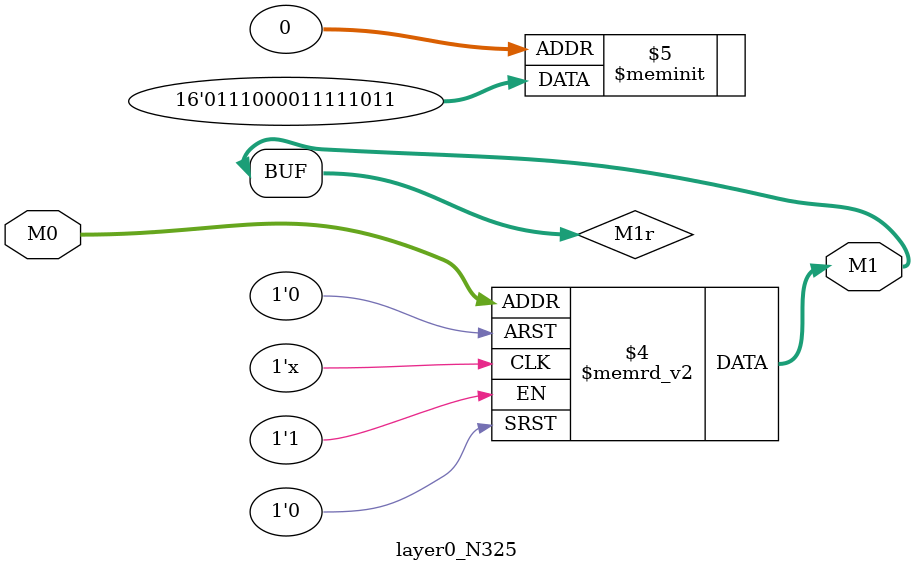
<source format=v>
module layer0_N325 ( input [2:0] M0, output [1:0] M1 );

	(*rom_style = "distributed" *) reg [1:0] M1r;
	assign M1 = M1r;
	always @ (M0) begin
		case (M0)
			3'b000: M1r = 2'b11;
			3'b100: M1r = 2'b00;
			3'b010: M1r = 2'b11;
			3'b110: M1r = 2'b11;
			3'b001: M1r = 2'b10;
			3'b101: M1r = 2'b00;
			3'b011: M1r = 2'b11;
			3'b111: M1r = 2'b01;

		endcase
	end
endmodule

</source>
